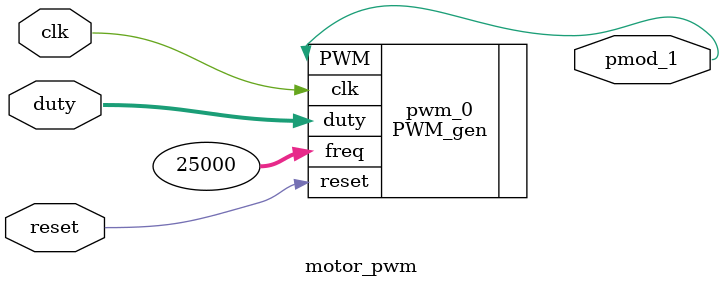
<source format=v>
module motor_pwm (
    input clk,
    input reset,
    input [9:0]duty,
	output pmod_1 //PWM
    );
        
    PWM_gen pwm_0 ( 
        .clk(clk), 
        .reset(reset), 
        .freq(32'd25000),
        .duty(duty), 
        .PWM(pmod_1)
    );
endmodule
</source>
